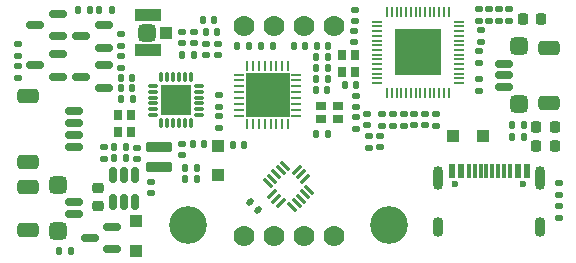
<source format=gbr>
%TF.GenerationSoftware,KiCad,Pcbnew,(6.0.5)*%
%TF.CreationDate,2022-12-07T13:07:59-05:00*%
%TF.ProjectId,Rotini-Hardware,526f7469-6e69-42d4-9861-726477617265,rev?*%
%TF.SameCoordinates,Original*%
%TF.FileFunction,Soldermask,Top*%
%TF.FilePolarity,Negative*%
%FSLAX46Y46*%
G04 Gerber Fmt 4.6, Leading zero omitted, Abs format (unit mm)*
G04 Created by KiCad (PCBNEW (6.0.5)) date 2022-12-07 13:07:59*
%MOMM*%
%LPD*%
G01*
G04 APERTURE LIST*
G04 Aperture macros list*
%AMRoundRect*
0 Rectangle with rounded corners*
0 $1 Rounding radius*
0 $2 $3 $4 $5 $6 $7 $8 $9 X,Y pos of 4 corners*
0 Add a 4 corners polygon primitive as box body*
4,1,4,$2,$3,$4,$5,$6,$7,$8,$9,$2,$3,0*
0 Add four circle primitives for the rounded corners*
1,1,$1+$1,$2,$3*
1,1,$1+$1,$4,$5*
1,1,$1+$1,$6,$7*
1,1,$1+$1,$8,$9*
0 Add four rect primitives between the rounded corners*
20,1,$1+$1,$2,$3,$4,$5,0*
20,1,$1+$1,$4,$5,$6,$7,0*
20,1,$1+$1,$6,$7,$8,$9,0*
20,1,$1+$1,$8,$9,$2,$3,0*%
%AMRotRect*
0 Rectangle, with rotation*
0 The origin of the aperture is its center*
0 $1 length*
0 $2 width*
0 $3 Rotation angle, in degrees counterclockwise*
0 Add horizontal line*
21,1,$1,$2,0,0,$3*%
G04 Aperture macros list end*
%ADD10RoundRect,0.375000X0.375000X-0.375000X0.375000X0.375000X-0.375000X0.375000X-0.375000X-0.375000X0*%
%ADD11RoundRect,0.375000X-0.375000X0.375000X-0.375000X-0.375000X0.375000X-0.375000X0.375000X0.375000X0*%
%ADD12RoundRect,0.150000X0.625000X-0.150000X0.625000X0.150000X-0.625000X0.150000X-0.625000X-0.150000X0*%
%ADD13RoundRect,0.250000X0.650000X-0.350000X0.650000X0.350000X-0.650000X0.350000X-0.650000X-0.350000X0*%
%ADD14RoundRect,0.150000X-0.625000X0.150000X-0.625000X-0.150000X0.625000X-0.150000X0.625000X0.150000X0*%
%ADD15RoundRect,0.250000X-0.650000X0.350000X-0.650000X-0.350000X0.650000X-0.350000X0.650000X0.350000X0*%
%ADD16C,3.200000*%
%ADD17RoundRect,0.135000X0.135000X0.185000X-0.135000X0.185000X-0.135000X-0.185000X0.135000X-0.185000X0*%
%ADD18RoundRect,0.135000X-0.135000X-0.185000X0.135000X-0.185000X0.135000X0.185000X-0.135000X0.185000X0*%
%ADD19R,1.000000X1.000000*%
%ADD20RoundRect,0.218750X0.218750X0.256250X-0.218750X0.256250X-0.218750X-0.256250X0.218750X-0.256250X0*%
%ADD21RoundRect,0.135000X-0.185000X0.135000X-0.185000X-0.135000X0.185000X-0.135000X0.185000X0.135000X0*%
%ADD22RoundRect,0.140000X-0.170000X0.140000X-0.170000X-0.140000X0.170000X-0.140000X0.170000X0.140000X0*%
%ADD23RoundRect,0.140000X-0.140000X-0.170000X0.140000X-0.170000X0.140000X0.170000X-0.140000X0.170000X0*%
%ADD24RoundRect,0.135000X0.185000X-0.135000X0.185000X0.135000X-0.185000X0.135000X-0.185000X-0.135000X0*%
%ADD25RoundRect,0.225000X0.250000X-0.225000X0.250000X0.225000X-0.250000X0.225000X-0.250000X-0.225000X0*%
%ADD26RoundRect,0.140000X0.170000X-0.140000X0.170000X0.140000X-0.170000X0.140000X-0.170000X-0.140000X0*%
%ADD27RoundRect,0.140000X0.140000X0.170000X-0.140000X0.170000X-0.140000X-0.170000X0.140000X-0.170000X0*%
%ADD28RoundRect,0.050000X0.050000X-0.387500X0.050000X0.387500X-0.050000X0.387500X-0.050000X-0.387500X0*%
%ADD29RoundRect,0.050000X0.387500X-0.050000X0.387500X0.050000X-0.387500X0.050000X-0.387500X-0.050000X0*%
%ADD30R,4.000000X4.000000*%
%ADD31RoundRect,0.150000X0.587500X0.150000X-0.587500X0.150000X-0.587500X-0.150000X0.587500X-0.150000X0*%
%ADD32RoundRect,0.212500X0.887500X-0.212500X0.887500X0.212500X-0.887500X0.212500X-0.887500X-0.212500X0*%
%ADD33RoundRect,0.075000X-0.350000X-0.075000X0.350000X-0.075000X0.350000X0.075000X-0.350000X0.075000X0*%
%ADD34RoundRect,0.075000X-0.075000X-0.350000X0.075000X-0.350000X0.075000X0.350000X-0.075000X0.350000X0*%
%ADD35R,2.650000X2.650000*%
%ADD36RoundRect,0.140000X0.219203X0.021213X0.021213X0.219203X-0.219203X-0.021213X-0.021213X-0.219203X0*%
%ADD37C,1.778000*%
%ADD38RotRect,1.000000X0.300000X135.000000*%
%ADD39RotRect,0.300000X1.000000X135.000000*%
%ADD40C,0.600000*%
%ADD41R,0.600000X1.160000*%
%ADD42R,0.300000X1.160000*%
%ADD43O,0.900000X2.000000*%
%ADD44O,0.900000X1.700000*%
%ADD45R,0.800000X0.900000*%
%ADD46RoundRect,0.147500X-0.147500X-0.172500X0.147500X-0.172500X0.147500X0.172500X-0.147500X0.172500X0*%
%ADD47RoundRect,0.150000X-0.150000X0.512500X-0.150000X-0.512500X0.150000X-0.512500X0.150000X0.512500X0*%
%ADD48R,2.200000X1.050000*%
%ADD49R,1.050000X1.000000*%
%ADD50RoundRect,0.147500X0.172500X-0.147500X0.172500X0.147500X-0.172500X0.147500X-0.172500X-0.147500X0*%
%ADD51R,0.900000X0.800000*%
%ADD52RoundRect,0.062500X-0.062500X0.337500X-0.062500X-0.337500X0.062500X-0.337500X0.062500X0.337500X0*%
%ADD53RoundRect,0.062500X-0.337500X0.062500X-0.337500X-0.062500X0.337500X-0.062500X0.337500X0.062500X0*%
%ADD54R,3.700000X3.700000*%
G04 APERTURE END LIST*
D10*
%TO.C,J208*%
X19500000Y7150000D03*
%TD*%
%TO.C,J207*%
X19500000Y2250000D03*
%TD*%
D11*
%TO.C,J206*%
X-19500000Y-4600000D03*
%TD*%
%TO.C,J205*%
X-19500000Y-8500000D03*
%TD*%
D12*
%TO.C,J203*%
X18200000Y3700000D03*
X18200000Y4700000D03*
X18200000Y5700000D03*
D13*
X22075000Y7000000D03*
X22075000Y2400000D03*
%TD*%
D14*
%TO.C,J202*%
X-18200000Y-6050000D03*
X-18200000Y-7050000D03*
D15*
X-22075000Y-4750000D03*
X-22075000Y-8350000D03*
%TD*%
D16*
%TO.C,*%
X-8500000Y-8000000D03*
%TD*%
D10*
%TO.C,J61*%
X-11950000Y8300000D03*
%TD*%
D16*
%TO.C,*%
X8500000Y-8000000D03*
%TD*%
D17*
%TO.C,R60*%
X3310000Y6250000D03*
X2290000Y6250000D03*
%TD*%
D18*
%TO.C,R63*%
X-2335000Y7150000D03*
X-1315000Y7150000D03*
%TD*%
D19*
%TO.C,D42*%
X-5950000Y-3750000D03*
X-5950000Y-1250000D03*
%TD*%
D20*
%TO.C,D60*%
X19812500Y9500000D03*
X21387500Y9500000D03*
%TD*%
D19*
%TO.C,D20*%
X16450000Y-450000D03*
X13950000Y-450000D03*
%TD*%
D21*
%TO.C,R33*%
X-22950000Y7370000D03*
X-22950000Y6350000D03*
%TD*%
D22*
%TO.C,C12*%
X5550000Y8480000D03*
X5550000Y7520000D03*
%TD*%
D23*
%TO.C,C63*%
X2370000Y7150000D03*
X3330000Y7150000D03*
%TD*%
D18*
%TO.C,R41*%
X18890000Y500000D03*
X19910000Y500000D03*
%TD*%
D22*
%TO.C,C10*%
X5700000Y2980000D03*
X5700000Y2020000D03*
%TD*%
D20*
%TO.C,D40*%
X22537500Y-1250000D03*
X20962500Y-1250000D03*
%TD*%
D23*
%TO.C,C62*%
X2320000Y3500000D03*
X3280000Y3500000D03*
%TD*%
D24*
%TO.C,R56*%
X22900000Y-7410000D03*
X22900000Y-6390000D03*
%TD*%
D25*
%TO.C,C20*%
X-16150000Y-6375000D03*
X-16150000Y-4825000D03*
%TD*%
D26*
%TO.C,C4*%
X16150000Y3420000D03*
X16150000Y4380000D03*
%TD*%
D23*
%TO.C,C102*%
X-6980000Y8400000D03*
X-6020000Y8400000D03*
%TD*%
D26*
%TO.C,C7*%
X16100000Y9350000D03*
X16100000Y10310000D03*
%TD*%
D17*
%TO.C,R67*%
X-3340000Y7150000D03*
X-4360000Y7150000D03*
%TD*%
D22*
%TO.C,C13*%
X7700000Y-1380000D03*
X7700000Y-420000D03*
%TD*%
D27*
%TO.C,C61*%
X2350000Y-300000D03*
X3310000Y-300000D03*
%TD*%
D21*
%TO.C,R4*%
X18700000Y10310000D03*
X18700000Y9290000D03*
%TD*%
D20*
%TO.C,D41*%
X22537500Y350000D03*
X20962500Y350000D03*
%TD*%
D24*
%TO.C,R35*%
X-14200000Y5340000D03*
X-14200000Y6360000D03*
%TD*%
D17*
%TO.C,R20*%
X-13740000Y-1400000D03*
X-14760000Y-1400000D03*
%TD*%
D27*
%TO.C,C11*%
X5730000Y3850000D03*
X4770000Y3850000D03*
%TD*%
D23*
%TO.C,C70*%
X-8130000Y-1125000D03*
X-7170000Y-1125000D03*
%TD*%
D28*
%TO.C,U1*%
X8350000Y3212500D03*
X8750000Y3212500D03*
X9150000Y3212500D03*
X9550000Y3212500D03*
X9950000Y3212500D03*
X10350000Y3212500D03*
X10750000Y3212500D03*
X11150000Y3212500D03*
X11550000Y3212500D03*
X11950000Y3212500D03*
X12350000Y3212500D03*
X12750000Y3212500D03*
X13150000Y3212500D03*
X13550000Y3212500D03*
D29*
X14387500Y4050000D03*
X14387500Y4450000D03*
X14387500Y4850000D03*
X14387500Y5250000D03*
X14387500Y5650000D03*
X14387500Y6050000D03*
X14387500Y6450000D03*
X14387500Y6850000D03*
X14387500Y7250000D03*
X14387500Y7650000D03*
X14387500Y8050000D03*
X14387500Y8450000D03*
X14387500Y8850000D03*
X14387500Y9250000D03*
D28*
X13550000Y10087500D03*
X13150000Y10087500D03*
X12750000Y10087500D03*
X12350000Y10087500D03*
X11950000Y10087500D03*
X11550000Y10087500D03*
X11150000Y10087500D03*
X10750000Y10087500D03*
X10350000Y10087500D03*
X9950000Y10087500D03*
X9550000Y10087500D03*
X9150000Y10087500D03*
X8750000Y10087500D03*
X8350000Y10087500D03*
D29*
X7512500Y9250000D03*
X7512500Y8850000D03*
X7512500Y8450000D03*
X7512500Y8050000D03*
X7512500Y7650000D03*
X7512500Y7250000D03*
X7512500Y6850000D03*
X7512500Y6450000D03*
X7512500Y6050000D03*
X7512500Y5650000D03*
X7512500Y5250000D03*
X7512500Y4850000D03*
X7512500Y4450000D03*
X7512500Y4050000D03*
D30*
X10950000Y6650000D03*
%TD*%
D26*
%TO.C,C9*%
X6600000Y1430000D03*
X6600000Y470000D03*
%TD*%
D31*
%TO.C,Q20*%
X-16837500Y-9050000D03*
X-14962500Y-8100000D03*
X-14962500Y-10000000D03*
%TD*%
D27*
%TO.C,C74*%
X-13225000Y4450000D03*
X-14185000Y4450000D03*
%TD*%
D21*
%TO.C,R1*%
X6800000Y-1410000D03*
X6800000Y-390000D03*
%TD*%
D32*
%TO.C,L20*%
X-10950000Y-3025000D03*
X-10950000Y-1375000D03*
%TD*%
D24*
%TO.C,R32*%
X-14200000Y7180000D03*
X-14200000Y8200000D03*
%TD*%
D18*
%TO.C,R43*%
X-8760000Y-3150000D03*
X-7740000Y-3150000D03*
%TD*%
D26*
%TO.C,C6*%
X16950000Y9350000D03*
X16950000Y10310000D03*
%TD*%
D22*
%TO.C,C14*%
X10650000Y470000D03*
X10650000Y1430000D03*
%TD*%
D26*
%TO.C,C104*%
X-6000000Y6420000D03*
X-6000000Y7380000D03*
%TD*%
%TO.C,C1*%
X7950000Y1400000D03*
X7950000Y440000D03*
%TD*%
D33*
%TO.C,U70*%
X-11485000Y3830000D03*
X-11485000Y3330000D03*
X-11485000Y2830000D03*
X-11485000Y2330000D03*
X-11485000Y1830000D03*
X-11485000Y1330000D03*
D34*
X-10785000Y630000D03*
X-10285000Y630000D03*
X-9785000Y630000D03*
X-9285000Y630000D03*
X-8785000Y630000D03*
X-8285000Y630000D03*
D33*
X-7585000Y1330000D03*
X-7585000Y1830000D03*
X-7585000Y2330000D03*
X-7585000Y2830000D03*
X-7585000Y3330000D03*
X-7585000Y3830000D03*
D34*
X-8285000Y4530000D03*
X-8785000Y4530000D03*
X-9285000Y4530000D03*
X-9785000Y4530000D03*
X-10285000Y4530000D03*
X-10785000Y4530000D03*
D35*
X-9535000Y2580000D03*
%TD*%
D31*
%TO.C,Q33*%
X-15662500Y3650000D03*
X-15662500Y5550000D03*
X-17537500Y4600000D03*
%TD*%
D21*
%TO.C,R66*%
X-5905000Y3035000D03*
X-5905000Y2015000D03*
%TD*%
D36*
%TO.C,C31*%
X-3239411Y-5988838D03*
X-2560589Y-6667660D03*
%TD*%
D26*
%TO.C,C3*%
X8850000Y1400000D03*
X8850000Y440000D03*
%TD*%
D37*
%TO.C,U30*%
X3810000Y-8890000D03*
X1270000Y-8890000D03*
X-1270000Y-8890000D03*
X-3810000Y-8890000D03*
X-3810000Y8890000D03*
X-1270000Y8890000D03*
X1270000Y8890000D03*
X3810000Y8890000D03*
%TD*%
D18*
%TO.C,R40*%
X18890000Y-500000D03*
X19910000Y-500000D03*
%TD*%
D38*
%TO.C,U31*%
X318198Y-6432412D03*
X671751Y-6078858D03*
X1025305Y-5725305D03*
X1378858Y-5371751D03*
X1732412Y-5018198D03*
D39*
X1378858Y-4028249D03*
X1025305Y-3674695D03*
X671751Y-3321142D03*
D38*
X-318198Y-2967588D03*
X-671751Y-3321142D03*
X-1025305Y-3674695D03*
X-1378858Y-4028249D03*
X-1732412Y-4381802D03*
D39*
X-1378858Y-5371751D03*
X-1025305Y-5725305D03*
X-671751Y-6078858D03*
%TD*%
D40*
%TO.C,U52*%
X14110000Y-4465000D03*
X19890000Y-4465000D03*
D41*
X13800000Y-3405000D03*
X14600000Y-3405000D03*
D42*
X15750000Y-3405000D03*
X16750000Y-3405000D03*
X17250000Y-3405000D03*
X18250000Y-3405000D03*
D41*
X19400000Y-3405000D03*
X20200000Y-3405000D03*
X20200000Y-3405000D03*
X19400000Y-3405000D03*
D42*
X18750000Y-3405000D03*
X17750000Y-3405000D03*
X16250000Y-3405000D03*
X15250000Y-3405000D03*
D41*
X14600000Y-3405000D03*
X13800000Y-3405000D03*
D43*
X12680000Y-3985000D03*
D44*
X21320000Y-8155000D03*
X12680000Y-8155000D03*
D43*
X21320000Y-3985000D03*
%TD*%
D31*
%TO.C,Q30*%
X-19562500Y8000000D03*
X-19562500Y9900000D03*
X-21437500Y8950000D03*
%TD*%
D21*
%TO.C,R65*%
X-5905000Y1235000D03*
X-5905000Y215000D03*
%TD*%
D26*
%TO.C,C5*%
X16300000Y7550000D03*
X16300000Y8510000D03*
%TD*%
D17*
%TO.C,R64*%
X-13195000Y2725000D03*
X-14215000Y2725000D03*
%TD*%
D27*
%TO.C,C65*%
X1380000Y7150000D03*
X420000Y7150000D03*
%TD*%
D45*
%TO.C,U2*%
X4500000Y6400000D03*
X4500000Y5000000D03*
X5600000Y5000000D03*
X5600000Y6400000D03*
%TD*%
D22*
%TO.C,C40*%
X11550000Y470000D03*
X11550000Y1430000D03*
%TD*%
D31*
%TO.C,Q31*%
X-15662500Y7050000D03*
X-15662500Y8950000D03*
X-17537500Y8000000D03*
%TD*%
D22*
%TO.C,C72*%
X-9050000Y-1070000D03*
X-9050000Y-2030000D03*
%TD*%
D26*
%TO.C,C60*%
X5700000Y1150000D03*
X5700000Y190000D03*
%TD*%
D46*
%TO.C,L101*%
X-8985000Y6400000D03*
X-8015000Y6400000D03*
%TD*%
D27*
%TO.C,C71*%
X-13225000Y3600000D03*
X-14185000Y3600000D03*
%TD*%
D47*
%TO.C,U20*%
X-13000000Y-3762500D03*
X-13950000Y-3762500D03*
X-14900000Y-3762500D03*
X-14900000Y-6037500D03*
X-13950000Y-6037500D03*
X-13000000Y-6037500D03*
%TD*%
D23*
%TO.C,C73*%
X-4730000Y-1150000D03*
X-3770000Y-1150000D03*
%TD*%
D19*
%TO.C,D21*%
X-12900000Y-10150000D03*
X-12900000Y-7650000D03*
%TD*%
D26*
%TO.C,C101*%
X-8000000Y7420000D03*
X-8000000Y8380000D03*
%TD*%
D15*
%TO.C,J204*%
X-22075000Y-2650000D03*
X-22075000Y2950000D03*
D14*
X-18200000Y-1350000D03*
X-18200000Y-350000D03*
X-18200000Y650000D03*
X-18200000Y1650000D03*
%TD*%
D48*
%TO.C,J60*%
X-11875000Y9775000D03*
X-11875000Y6825000D03*
D49*
X-10350000Y8300000D03*
%TD*%
D21*
%TO.C,R21*%
X-15650000Y-1390000D03*
X-15650000Y-2410000D03*
%TD*%
D50*
%TO.C,L102*%
X-7000000Y6415000D03*
X-7000000Y7385000D03*
%TD*%
D24*
%TO.C,R5*%
X17850000Y9290000D03*
X17850000Y10310000D03*
%TD*%
D27*
%TO.C,C103*%
X-7280000Y9400000D03*
X-6320000Y9400000D03*
%TD*%
D22*
%TO.C,C8*%
X5600000Y10230000D03*
X5600000Y9270000D03*
%TD*%
D31*
%TO.C,Q32*%
X-19562500Y4600000D03*
X-19562500Y6500000D03*
X-21437500Y5550000D03*
%TD*%
D22*
%TO.C,C21*%
X-11650000Y-4320000D03*
X-11650000Y-5280000D03*
%TD*%
D17*
%TO.C,R22*%
X-19410000Y-10200000D03*
X-18390000Y-10200000D03*
%TD*%
D18*
%TO.C,R31*%
X-16010000Y10250000D03*
X-14990000Y10250000D03*
%TD*%
D27*
%TO.C,C64*%
X3300000Y5300000D03*
X2340000Y5300000D03*
%TD*%
D21*
%TO.C,R68*%
X12500000Y440000D03*
X12500000Y1460000D03*
%TD*%
D17*
%TO.C,R42*%
X-7740000Y-4050000D03*
X-8760000Y-4050000D03*
%TD*%
D18*
%TO.C,R30*%
X-17810000Y10250000D03*
X-16790000Y10250000D03*
%TD*%
D21*
%TO.C,R57*%
X22900000Y-4390000D03*
X22900000Y-5410000D03*
%TD*%
D45*
%TO.C,U71*%
X-13355000Y-75000D03*
X-13355000Y1325000D03*
X-14455000Y1325000D03*
X-14455000Y-75000D03*
%TD*%
D51*
%TO.C,U61*%
X4150000Y2100000D03*
X2750000Y2100000D03*
X2750000Y1000000D03*
X4150000Y1000000D03*
%TD*%
D52*
%TO.C,U60*%
X-30000Y5475000D03*
X-530000Y5475000D03*
X-1030000Y5475000D03*
X-1530000Y5475000D03*
X-2030000Y5475000D03*
X-2530000Y5475000D03*
X-3030000Y5475000D03*
X-3530000Y5475000D03*
D53*
X-4230000Y4775000D03*
X-4230000Y4275000D03*
X-4230000Y3775000D03*
X-4230000Y3275000D03*
X-4230000Y2775000D03*
X-4230000Y2275000D03*
X-4230000Y1775000D03*
X-4230000Y1275000D03*
D52*
X-3530000Y575000D03*
X-3030000Y575000D03*
X-2530000Y575000D03*
X-2030000Y575000D03*
X-1530000Y575000D03*
X-1030000Y575000D03*
X-530000Y575000D03*
X-30000Y575000D03*
D53*
X670000Y1275000D03*
X670000Y1775000D03*
X670000Y2275000D03*
X670000Y2775000D03*
X670000Y3275000D03*
X670000Y3775000D03*
X670000Y4275000D03*
X670000Y4775000D03*
D54*
X-1780000Y3025000D03*
%TD*%
D26*
%TO.C,C2*%
X9750000Y1400000D03*
X9750000Y440000D03*
%TD*%
D22*
%TO.C,C23*%
X-12850000Y-1420000D03*
X-12850000Y-2380000D03*
%TD*%
D21*
%TO.C,R34*%
X-22950000Y5470000D03*
X-22950000Y4450000D03*
%TD*%
%TO.C,R3*%
X16150000Y6740000D03*
X16150000Y5720000D03*
%TD*%
D27*
%TO.C,C22*%
X-13790000Y-2300000D03*
X-14750000Y-2300000D03*
%TD*%
D17*
%TO.C,R62*%
X3330000Y4400000D03*
X2310000Y4400000D03*
%TD*%
D26*
%TO.C,C100*%
X-9000000Y7420000D03*
X-9000000Y8380000D03*
%TD*%
M02*

</source>
